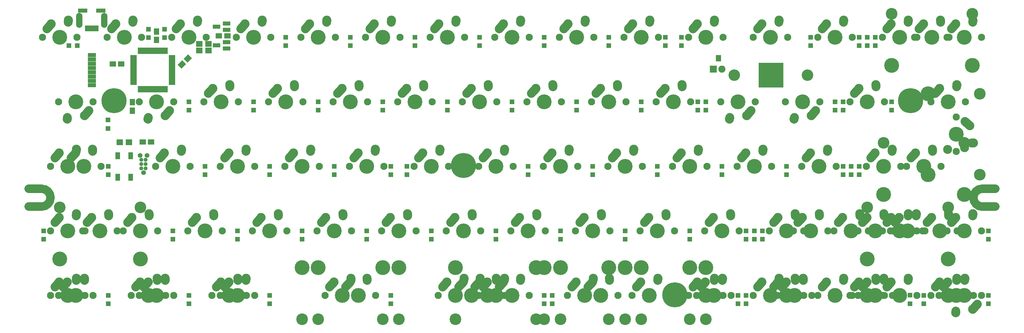
<source format=gbs>
%TF.GenerationSoftware,KiCad,Pcbnew,4.0.2-stable*%
%TF.CreationDate,2018-01-13T23:19:36+11:00*%
%TF.ProjectId,60,36302E6B696361645F70636200000000,rev?*%
%TF.FileFunction,Soldermask,Bot*%
%FSLAX46Y46*%
G04 Gerber Fmt 4.6, Leading zero omitted, Abs format (unit mm)*
G04 Created by KiCad (PCBNEW 4.0.2-stable) date 13/01/2018 11:19:36 PM*
%MOMM*%
G01*
G04 APERTURE LIST*
%ADD10C,0.100000*%
%ADD11C,2.501900*%
%ADD12C,3.400000*%
%ADD13R,7.400000X7.400000*%
%ADD14C,2.650000*%
%ADD15C,2.650000*%
%ADD16C,4.387800*%
%ADD17C,2.101800*%
%ADD18C,3.448000*%
%ADD19R,1.400000X1.400000*%
%ADD20C,7.401300*%
%ADD21C,7.400240*%
%ADD22R,1.650000X1.900000*%
%ADD23R,1.900000X1.650000*%
%ADD24R,2.300000X1.200000*%
%ADD25R,1.900000X1.700000*%
%ADD26R,2.400000X1.200000*%
%ADD27R,0.950000X1.900000*%
%ADD28R,1.900000X0.950000*%
%ADD29R,2.750000X1.200000*%
%ADD30R,0.900000X1.800000*%
%ADD31O,1.900000X4.400000*%
%ADD32R,1.600000X1.000000*%
%ADD33R,2.100000X2.100000*%
%ADD34O,2.100000X2.100000*%
%ADD35R,1.400000X2.100000*%
%ADD36C,1.184860*%
%ADD37C,1.388060*%
%ADD38C,1.385520*%
G04 APERTURE END LIST*
D10*
D11*
X286337500Y-92274050D02*
X290137500Y-92274050D01*
X283686550Y-94925000D02*
G75*
G02X286337500Y-92274050I2650950J0D01*
G01*
X286337500Y-97575950D02*
G75*
G02X283686550Y-94925000I0J2650950D01*
G01*
X286337500Y-97575950D02*
X290187500Y-97575950D01*
X5137500Y-92274050D02*
X8937500Y-92274050D01*
X11588450Y-94925000D02*
G75*
G03X8937500Y-92274050I-2650950J0D01*
G01*
X8937500Y-97575950D02*
G75*
G03X11588450Y-94925000I0J2650950D01*
G01*
X5137500Y-97575950D02*
X8937500Y-97575950D01*
D12*
X213200000Y-58750000D03*
D13*
X224000000Y-58750000D03*
D12*
X234800000Y-58750000D03*
D14*
X226337500Y-43125000D02*
X226377500Y-42545000D01*
D15*
X226377500Y-42545000D03*
D14*
X220027500Y-45085000D02*
X221337500Y-43625000D01*
D16*
X223837500Y-47625000D03*
D15*
X221337500Y-43625000D03*
D17*
X218757500Y-47625000D03*
X228917500Y-47625000D03*
D14*
X145375000Y-119325000D02*
X145415000Y-118745000D01*
D15*
X145415000Y-118745000D03*
D14*
X139065000Y-121285000D02*
X140375000Y-119825000D01*
D16*
X142875000Y-123825000D03*
D15*
X140375000Y-119825000D03*
D17*
X137795000Y-123825000D03*
X147955000Y-123825000D03*
D18*
X130968750Y-130810000D03*
X154781250Y-130810000D03*
D16*
X130968750Y-115570000D03*
X154781250Y-115570000D03*
D19*
X40481250Y-47693750D03*
X40481250Y-45193750D03*
D20*
X30337500Y-66325000D03*
D21*
X133337500Y-85425000D03*
X195637500Y-123625000D03*
X265187500Y-66325000D03*
D22*
X35750000Y-66750000D03*
X35750000Y-69250000D03*
D23*
X32450000Y-55500000D03*
X29950000Y-55500000D03*
D22*
X42800000Y-48350000D03*
X42800000Y-45850000D03*
D10*
G36*
X50227729Y-56838998D02*
X49061002Y-55672271D01*
X50404505Y-54328768D01*
X51571232Y-55495495D01*
X50227729Y-56838998D01*
X50227729Y-56838998D01*
G37*
G36*
X51995495Y-55071232D02*
X50828768Y-53904505D01*
X52172271Y-52561002D01*
X53338998Y-53727729D01*
X51995495Y-55071232D01*
X51995495Y-55071232D01*
G37*
D23*
X63750000Y-47200000D03*
X61250000Y-47200000D03*
D24*
X63500000Y-49000000D03*
X63500000Y-50900000D03*
X60500000Y-49950000D03*
D25*
X31987500Y-78581250D03*
X34687500Y-78581250D03*
X58150000Y-49500000D03*
X55450000Y-49500000D03*
X55450000Y-51500000D03*
X58150000Y-51500000D03*
D26*
X23750000Y-61740000D03*
X23750000Y-60470000D03*
X23750000Y-59200000D03*
X23750000Y-57930000D03*
X23750000Y-56660000D03*
X23750000Y-55390000D03*
X23750000Y-54120000D03*
X23750000Y-52850000D03*
D24*
X63500000Y-43500000D03*
X63500000Y-45400000D03*
X60500000Y-44450000D03*
D27*
X45750000Y-62950000D03*
X44950000Y-62950000D03*
X44150000Y-62950000D03*
X43350000Y-62950000D03*
X42550000Y-62950000D03*
X41750000Y-62950000D03*
X40950000Y-62950000D03*
X40150000Y-62950000D03*
X39350000Y-62950000D03*
X38550000Y-62950000D03*
X37750000Y-62950000D03*
D28*
X36050000Y-61250000D03*
X36050000Y-60450000D03*
X36050000Y-59650000D03*
X36050000Y-58850000D03*
X36050000Y-58050000D03*
X36050000Y-57250000D03*
X36050000Y-56450000D03*
X36050000Y-55650000D03*
X36050000Y-54850000D03*
X36050000Y-54050000D03*
X36050000Y-53250000D03*
D27*
X37750000Y-51550000D03*
X38550000Y-51550000D03*
X39350000Y-51550000D03*
X40150000Y-51550000D03*
X40950000Y-51550000D03*
X41750000Y-51550000D03*
X42550000Y-51550000D03*
X43350000Y-51550000D03*
X44150000Y-51550000D03*
X44950000Y-51550000D03*
X45750000Y-51550000D03*
D28*
X47450000Y-53250000D03*
X47450000Y-54050000D03*
X47450000Y-54850000D03*
X47450000Y-55650000D03*
X47450000Y-56450000D03*
X47450000Y-57250000D03*
X47450000Y-58050000D03*
X47450000Y-58850000D03*
X47450000Y-59650000D03*
X47450000Y-60450000D03*
X47450000Y-61250000D03*
D19*
X288131250Y-126275000D03*
X288131250Y-123775000D03*
X265000000Y-126200000D03*
X265000000Y-123700000D03*
X269081250Y-126275000D03*
X269081250Y-123775000D03*
X216693750Y-126275000D03*
X216693750Y-123775000D03*
X214312500Y-126275000D03*
X214312500Y-123775000D03*
X157162500Y-126275000D03*
X157162500Y-123775000D03*
X76200000Y-126275000D03*
X76200000Y-123775000D03*
X52387500Y-126275000D03*
X52387500Y-123775000D03*
X28575000Y-126275000D03*
X28575000Y-123775000D03*
X288131250Y-107225000D03*
X288131250Y-104725000D03*
X219075000Y-107225000D03*
X219075000Y-104725000D03*
X221456250Y-107225000D03*
X221456250Y-104725000D03*
X216693750Y-107225000D03*
X216693750Y-104725000D03*
X200025000Y-107225000D03*
X200025000Y-104725000D03*
X180975000Y-107225000D03*
X180975000Y-104725000D03*
X161925000Y-107225000D03*
X161925000Y-104725000D03*
X142875000Y-107225000D03*
X142875000Y-104725000D03*
X123825000Y-107225000D03*
X123825000Y-104725000D03*
X104775000Y-107225000D03*
X104775000Y-104725000D03*
X85725000Y-107225000D03*
X85725000Y-104725000D03*
X66675000Y-107225000D03*
X66675000Y-104725000D03*
X47625000Y-107225000D03*
X47625000Y-104725000D03*
X9525000Y-107225000D03*
X9525000Y-104725000D03*
X247650000Y-88175000D03*
X247650000Y-85675000D03*
X250031250Y-88175000D03*
X250031250Y-85675000D03*
X245268750Y-88175000D03*
X245268750Y-85675000D03*
X228600000Y-88175000D03*
X228600000Y-85675000D03*
X209550000Y-88175000D03*
X209550000Y-85675000D03*
X190500000Y-88175000D03*
X190500000Y-85675000D03*
X171450000Y-88175000D03*
X171450000Y-85675000D03*
X152400000Y-88175000D03*
X152400000Y-85675000D03*
X116681250Y-88175000D03*
X116681250Y-85675000D03*
X111918750Y-88175000D03*
X111918750Y-85675000D03*
X95250000Y-88175000D03*
X95250000Y-85675000D03*
X76200000Y-88175000D03*
X76200000Y-85675000D03*
X57150000Y-88175000D03*
X57150000Y-85675000D03*
X28575000Y-88175000D03*
X28575000Y-85675000D03*
X259556250Y-69125000D03*
X259556250Y-66625000D03*
X245268750Y-69125000D03*
X245268750Y-66625000D03*
X242887500Y-69125000D03*
X242887500Y-66625000D03*
X204787500Y-69125000D03*
X204787500Y-66625000D03*
X202406250Y-69125000D03*
X202406250Y-66625000D03*
X185737500Y-69125000D03*
X185737500Y-66625000D03*
X166687500Y-69125000D03*
X166687500Y-66625000D03*
X147637500Y-69125000D03*
X147637500Y-66625000D03*
X128587500Y-69125000D03*
X128587500Y-66625000D03*
X109537500Y-69125000D03*
X109537500Y-66625000D03*
X90487500Y-69125000D03*
X90487500Y-66625000D03*
X71437500Y-69125000D03*
X71437500Y-66625000D03*
X52387500Y-69125000D03*
X52387500Y-66625000D03*
X28500000Y-74500000D03*
X28500000Y-72000000D03*
X252412500Y-50075000D03*
X252412500Y-47575000D03*
X254793750Y-50075000D03*
X254793750Y-47575000D03*
X250031250Y-50075000D03*
X250031250Y-47575000D03*
X235743750Y-50075000D03*
X235743750Y-47575000D03*
X197643750Y-50075000D03*
X197643750Y-47575000D03*
X192881250Y-50075000D03*
X192881250Y-47575000D03*
X176212500Y-50075000D03*
X176212500Y-47575000D03*
X157162500Y-50075000D03*
X157162500Y-47575000D03*
X138112500Y-50075000D03*
X138112500Y-47575000D03*
X119062500Y-50075000D03*
X119062500Y-47575000D03*
X100012500Y-50075000D03*
X100012500Y-47575000D03*
X80962500Y-50075000D03*
X80962500Y-47575000D03*
X45243750Y-47693750D03*
X45243750Y-45193750D03*
X19500000Y-50000000D03*
X17000000Y-50000000D03*
X111918750Y-126275000D03*
X111918750Y-123775000D03*
X159543750Y-126275000D03*
X159543750Y-123775000D03*
D29*
X26425000Y-39750000D03*
X21075000Y-39750000D03*
D30*
X22150000Y-44950000D03*
X22950000Y-44950000D03*
X23750000Y-44950000D03*
X24550000Y-44950000D03*
X25350000Y-44950000D03*
D31*
X20100000Y-42550000D03*
X27400000Y-42550000D03*
D14*
X69175000Y-81225000D02*
X69215000Y-80645000D01*
D15*
X69215000Y-80645000D03*
D14*
X62865000Y-83185000D02*
X64175000Y-81725000D01*
D16*
X66675000Y-85725000D03*
D15*
X64175000Y-81725000D03*
D17*
X61595000Y-85725000D03*
X71755000Y-85725000D03*
D14*
X16787500Y-43125000D02*
X16827500Y-42545000D01*
D15*
X16827500Y-42545000D03*
D14*
X10477500Y-45085000D02*
X11787500Y-43625000D01*
D16*
X14287500Y-47625000D03*
D15*
X11787500Y-43625000D03*
D17*
X9207500Y-47625000D03*
X19367500Y-47625000D03*
D14*
X35837500Y-43125000D02*
X35877500Y-42545000D01*
D15*
X35877500Y-42545000D03*
D14*
X29527500Y-45085000D02*
X30837500Y-43625000D01*
D16*
X33337500Y-47625000D03*
D15*
X30837500Y-43625000D03*
D17*
X28257500Y-47625000D03*
X38417500Y-47625000D03*
D14*
X54887500Y-43125000D02*
X54927500Y-42545000D01*
D15*
X54927500Y-42545000D03*
D14*
X48577500Y-45085000D02*
X49887500Y-43625000D01*
D16*
X52387500Y-47625000D03*
D15*
X49887500Y-43625000D03*
D17*
X47307500Y-47625000D03*
X57467500Y-47625000D03*
D14*
X73937500Y-43125000D02*
X73977500Y-42545000D01*
D15*
X73977500Y-42545000D03*
D14*
X67627500Y-45085000D02*
X68937500Y-43625000D01*
D16*
X71437500Y-47625000D03*
D15*
X68937500Y-43625000D03*
D17*
X66357500Y-47625000D03*
X76517500Y-47625000D03*
D14*
X92987500Y-43125000D02*
X93027500Y-42545000D01*
D15*
X93027500Y-42545000D03*
D14*
X86677500Y-45085000D02*
X87987500Y-43625000D01*
D16*
X90487500Y-47625000D03*
D15*
X87987500Y-43625000D03*
D17*
X85407500Y-47625000D03*
X95567500Y-47625000D03*
D14*
X112037500Y-43125000D02*
X112077500Y-42545000D01*
D15*
X112077500Y-42545000D03*
D14*
X105727500Y-45085000D02*
X107037500Y-43625000D01*
D16*
X109537500Y-47625000D03*
D15*
X107037500Y-43625000D03*
D17*
X104457500Y-47625000D03*
X114617500Y-47625000D03*
D14*
X131087500Y-43125000D02*
X131127500Y-42545000D01*
D15*
X131127500Y-42545000D03*
D14*
X124777500Y-45085000D02*
X126087500Y-43625000D01*
D16*
X128587500Y-47625000D03*
D15*
X126087500Y-43625000D03*
D17*
X123507500Y-47625000D03*
X133667500Y-47625000D03*
D14*
X150137500Y-43125000D02*
X150177500Y-42545000D01*
D15*
X150177500Y-42545000D03*
D14*
X143827500Y-45085000D02*
X145137500Y-43625000D01*
D16*
X147637500Y-47625000D03*
D15*
X145137500Y-43625000D03*
D17*
X142557500Y-47625000D03*
X152717500Y-47625000D03*
D14*
X169187500Y-43125000D02*
X169227500Y-42545000D01*
D15*
X169227500Y-42545000D03*
D14*
X162877500Y-45085000D02*
X164187500Y-43625000D01*
D16*
X166687500Y-47625000D03*
D15*
X164187500Y-43625000D03*
D17*
X161607500Y-47625000D03*
X171767500Y-47625000D03*
D14*
X188237500Y-43125000D02*
X188277500Y-42545000D01*
D15*
X188277500Y-42545000D03*
D14*
X181927500Y-45085000D02*
X183237500Y-43625000D01*
D16*
X185737500Y-47625000D03*
D15*
X183237500Y-43625000D03*
D17*
X180657500Y-47625000D03*
X190817500Y-47625000D03*
D14*
X207287500Y-43125000D02*
X207327500Y-42545000D01*
D15*
X207327500Y-42545000D03*
D14*
X200977500Y-45085000D02*
X202287500Y-43625000D01*
D16*
X204787500Y-47625000D03*
D15*
X202287500Y-43625000D03*
D17*
X199707500Y-47625000D03*
X209867500Y-47625000D03*
D14*
X245387500Y-43125000D02*
X245427500Y-42545000D01*
D15*
X245427500Y-42545000D03*
D14*
X239077500Y-45085000D02*
X240387500Y-43625000D01*
D16*
X242887500Y-47625000D03*
D15*
X240387500Y-43625000D03*
D17*
X237807500Y-47625000D03*
X247967500Y-47625000D03*
D14*
X264437500Y-43125000D02*
X264477500Y-42545000D01*
D15*
X264477500Y-42545000D03*
D14*
X258127500Y-45085000D02*
X259437500Y-43625000D01*
D16*
X261937500Y-47625000D03*
D15*
X259437500Y-43625000D03*
D17*
X256857500Y-47625000D03*
X267017500Y-47625000D03*
D14*
X283487500Y-43125000D02*
X283527500Y-42545000D01*
D15*
X283527500Y-42545000D03*
D14*
X277177500Y-45085000D02*
X278487500Y-43625000D01*
D16*
X280987500Y-47625000D03*
D15*
X278487500Y-43625000D03*
D17*
X275907500Y-47625000D03*
X286067500Y-47625000D03*
D14*
X40362500Y-71175000D02*
X40322500Y-71755000D01*
D15*
X40322500Y-71755000D03*
D14*
X46672500Y-69215000D02*
X45362500Y-70675000D01*
D16*
X42862500Y-66675000D03*
D15*
X45362500Y-70675000D03*
D17*
X47942500Y-66675000D03*
X37782500Y-66675000D03*
D14*
X64412500Y-62175000D02*
X64452500Y-61595000D01*
D15*
X64452500Y-61595000D03*
D14*
X58102500Y-64135000D02*
X59412500Y-62675000D01*
D16*
X61912500Y-66675000D03*
D15*
X59412500Y-62675000D03*
D17*
X56832500Y-66675000D03*
X66992500Y-66675000D03*
D14*
X83462500Y-62175000D02*
X83502500Y-61595000D01*
D15*
X83502500Y-61595000D03*
D14*
X77152500Y-64135000D02*
X78462500Y-62675000D01*
D16*
X80962500Y-66675000D03*
D15*
X78462500Y-62675000D03*
D17*
X75882500Y-66675000D03*
X86042500Y-66675000D03*
D14*
X102512500Y-62175000D02*
X102552500Y-61595000D01*
D15*
X102552500Y-61595000D03*
D14*
X96202500Y-64135000D02*
X97512500Y-62675000D01*
D16*
X100012500Y-66675000D03*
D15*
X97512500Y-62675000D03*
D17*
X94932500Y-66675000D03*
X105092500Y-66675000D03*
D14*
X121562500Y-62175000D02*
X121602500Y-61595000D01*
D15*
X121602500Y-61595000D03*
D14*
X115252500Y-64135000D02*
X116562500Y-62675000D01*
D16*
X119062500Y-66675000D03*
D15*
X116562500Y-62675000D03*
D17*
X113982500Y-66675000D03*
X124142500Y-66675000D03*
D14*
X140612500Y-62175000D02*
X140652500Y-61595000D01*
D15*
X140652500Y-61595000D03*
D14*
X134302500Y-64135000D02*
X135612500Y-62675000D01*
D16*
X138112500Y-66675000D03*
D15*
X135612500Y-62675000D03*
D17*
X133032500Y-66675000D03*
X143192500Y-66675000D03*
D14*
X159662500Y-62175000D02*
X159702500Y-61595000D01*
D15*
X159702500Y-61595000D03*
D14*
X153352500Y-64135000D02*
X154662500Y-62675000D01*
D16*
X157162500Y-66675000D03*
D15*
X154662500Y-62675000D03*
D17*
X152082500Y-66675000D03*
X162242500Y-66675000D03*
D14*
X178712500Y-62175000D02*
X178752500Y-61595000D01*
D15*
X178752500Y-61595000D03*
D14*
X172402500Y-64135000D02*
X173712500Y-62675000D01*
D16*
X176212500Y-66675000D03*
D15*
X173712500Y-62675000D03*
D17*
X171132500Y-66675000D03*
X181292500Y-66675000D03*
D14*
X197762500Y-62175000D02*
X197802500Y-61595000D01*
D15*
X197802500Y-61595000D03*
D14*
X191452500Y-64135000D02*
X192762500Y-62675000D01*
D16*
X195262500Y-66675000D03*
D15*
X192762500Y-62675000D03*
D17*
X190182500Y-66675000D03*
X200342500Y-66675000D03*
D14*
X211812500Y-71175000D02*
X211772500Y-71755000D01*
D15*
X211772500Y-71755000D03*
D14*
X218122500Y-69215000D02*
X216812500Y-70675000D01*
D16*
X214312500Y-66675000D03*
D15*
X216812500Y-70675000D03*
D17*
X219392500Y-66675000D03*
X209232500Y-66675000D03*
D14*
X230862500Y-71175000D02*
X230822500Y-71755000D01*
D15*
X230822500Y-71755000D03*
D14*
X237172500Y-69215000D02*
X235862500Y-70675000D01*
D16*
X233362500Y-66675000D03*
D15*
X235862500Y-70675000D03*
D17*
X238442500Y-66675000D03*
X228282500Y-66675000D03*
D14*
X254912500Y-62175000D02*
X254952500Y-61595000D01*
D15*
X254952500Y-61595000D03*
D14*
X248602500Y-64135000D02*
X249912500Y-62675000D01*
D16*
X252412500Y-66675000D03*
D15*
X249912500Y-62675000D03*
D17*
X247332500Y-66675000D03*
X257492500Y-66675000D03*
D14*
X50125000Y-81225000D02*
X50165000Y-80645000D01*
D15*
X50165000Y-80645000D03*
D14*
X43815000Y-83185000D02*
X45125000Y-81725000D01*
D16*
X47625000Y-85725000D03*
D15*
X45125000Y-81725000D03*
D17*
X42545000Y-85725000D03*
X52705000Y-85725000D03*
D14*
X88225000Y-81225000D02*
X88265000Y-80645000D01*
D15*
X88265000Y-80645000D03*
D14*
X81915000Y-83185000D02*
X83225000Y-81725000D01*
D16*
X85725000Y-85725000D03*
D15*
X83225000Y-81725000D03*
D17*
X80645000Y-85725000D03*
X90805000Y-85725000D03*
D14*
X107275000Y-81225000D02*
X107315000Y-80645000D01*
D15*
X107315000Y-80645000D03*
D14*
X100965000Y-83185000D02*
X102275000Y-81725000D01*
D16*
X104775000Y-85725000D03*
D15*
X102275000Y-81725000D03*
D17*
X99695000Y-85725000D03*
X109855000Y-85725000D03*
D14*
X126325000Y-81225000D02*
X126365000Y-80645000D01*
D15*
X126365000Y-80645000D03*
D14*
X120015000Y-83185000D02*
X121325000Y-81725000D01*
D16*
X123825000Y-85725000D03*
D15*
X121325000Y-81725000D03*
D17*
X118745000Y-85725000D03*
X128905000Y-85725000D03*
D14*
X145375000Y-81225000D02*
X145415000Y-80645000D01*
D15*
X145415000Y-80645000D03*
D14*
X139065000Y-83185000D02*
X140375000Y-81725000D01*
D16*
X142875000Y-85725000D03*
D15*
X140375000Y-81725000D03*
D17*
X137795000Y-85725000D03*
X147955000Y-85725000D03*
D14*
X164425000Y-81225000D02*
X164465000Y-80645000D01*
D15*
X164465000Y-80645000D03*
D14*
X158115000Y-83185000D02*
X159425000Y-81725000D01*
D16*
X161925000Y-85725000D03*
D15*
X159425000Y-81725000D03*
D17*
X156845000Y-85725000D03*
X167005000Y-85725000D03*
D14*
X183475000Y-81225000D02*
X183515000Y-80645000D01*
D15*
X183515000Y-80645000D03*
D14*
X177165000Y-83185000D02*
X178475000Y-81725000D01*
D16*
X180975000Y-85725000D03*
D15*
X178475000Y-81725000D03*
D17*
X175895000Y-85725000D03*
X186055000Y-85725000D03*
D14*
X202525000Y-81225000D02*
X202565000Y-80645000D01*
D15*
X202565000Y-80645000D03*
D14*
X196215000Y-83185000D02*
X197525000Y-81725000D01*
D16*
X200025000Y-85725000D03*
D15*
X197525000Y-81725000D03*
D17*
X194945000Y-85725000D03*
X205105000Y-85725000D03*
D14*
X221575000Y-81225000D02*
X221615000Y-80645000D01*
D15*
X221615000Y-80645000D03*
D14*
X215265000Y-83185000D02*
X216575000Y-81725000D01*
D16*
X219075000Y-85725000D03*
D15*
X216575000Y-81725000D03*
D17*
X213995000Y-85725000D03*
X224155000Y-85725000D03*
D14*
X240625000Y-81225000D02*
X240665000Y-80645000D01*
D15*
X240665000Y-80645000D03*
D14*
X234315000Y-83185000D02*
X235625000Y-81725000D01*
D16*
X238125000Y-85725000D03*
D15*
X235625000Y-81725000D03*
D17*
X233045000Y-85725000D03*
X243205000Y-85725000D03*
D14*
X259675000Y-81225000D02*
X259715000Y-80645000D01*
D15*
X259715000Y-80645000D03*
D14*
X253365000Y-83185000D02*
X254675000Y-81725000D01*
D16*
X257175000Y-85725000D03*
D15*
X254675000Y-81725000D03*
D17*
X252095000Y-85725000D03*
X262255000Y-85725000D03*
D14*
X231100000Y-100275000D02*
X231140000Y-99695000D01*
D15*
X231140000Y-99695000D03*
D14*
X224790000Y-102235000D02*
X226100000Y-100775000D01*
D16*
X228600000Y-104775000D03*
D15*
X226100000Y-100775000D03*
D17*
X223520000Y-104775000D03*
X233680000Y-104775000D03*
D14*
X59650000Y-100275000D02*
X59690000Y-99695000D01*
D15*
X59690000Y-99695000D03*
D14*
X53340000Y-102235000D02*
X54650000Y-100775000D01*
D16*
X57150000Y-104775000D03*
D15*
X54650000Y-100775000D03*
D17*
X52070000Y-104775000D03*
X62230000Y-104775000D03*
D14*
X78700000Y-100275000D02*
X78740000Y-99695000D01*
D15*
X78740000Y-99695000D03*
D14*
X72390000Y-102235000D02*
X73700000Y-100775000D01*
D16*
X76200000Y-104775000D03*
D15*
X73700000Y-100775000D03*
D17*
X71120000Y-104775000D03*
X81280000Y-104775000D03*
D14*
X97750000Y-100275000D02*
X97790000Y-99695000D01*
D15*
X97790000Y-99695000D03*
D14*
X91440000Y-102235000D02*
X92750000Y-100775000D01*
D16*
X95250000Y-104775000D03*
D15*
X92750000Y-100775000D03*
D17*
X90170000Y-104775000D03*
X100330000Y-104775000D03*
D14*
X116800000Y-100275000D02*
X116840000Y-99695000D01*
D15*
X116840000Y-99695000D03*
D14*
X110490000Y-102235000D02*
X111800000Y-100775000D01*
D16*
X114300000Y-104775000D03*
D15*
X111800000Y-100775000D03*
D17*
X109220000Y-104775000D03*
X119380000Y-104775000D03*
D14*
X135850000Y-100275000D02*
X135890000Y-99695000D01*
D15*
X135890000Y-99695000D03*
D14*
X129540000Y-102235000D02*
X130850000Y-100775000D01*
D16*
X133350000Y-104775000D03*
D15*
X130850000Y-100775000D03*
D17*
X128270000Y-104775000D03*
X138430000Y-104775000D03*
D14*
X154900000Y-100275000D02*
X154940000Y-99695000D01*
D15*
X154940000Y-99695000D03*
D14*
X148590000Y-102235000D02*
X149900000Y-100775000D01*
D16*
X152400000Y-104775000D03*
D15*
X149900000Y-100775000D03*
D17*
X147320000Y-104775000D03*
X157480000Y-104775000D03*
D14*
X173950000Y-100275000D02*
X173990000Y-99695000D01*
D15*
X173990000Y-99695000D03*
D14*
X167640000Y-102235000D02*
X168950000Y-100775000D01*
D16*
X171450000Y-104775000D03*
D15*
X168950000Y-100775000D03*
D17*
X166370000Y-104775000D03*
X176530000Y-104775000D03*
D14*
X193000000Y-100275000D02*
X193040000Y-99695000D01*
D15*
X193040000Y-99695000D03*
D14*
X186690000Y-102235000D02*
X188000000Y-100775000D01*
D16*
X190500000Y-104775000D03*
D15*
X188000000Y-100775000D03*
D17*
X185420000Y-104775000D03*
X195580000Y-104775000D03*
D14*
X212050000Y-100275000D02*
X212090000Y-99695000D01*
D15*
X212090000Y-99695000D03*
D14*
X205740000Y-102235000D02*
X207050000Y-100775000D01*
D16*
X209550000Y-104775000D03*
D15*
X207050000Y-100775000D03*
D17*
X204470000Y-104775000D03*
X214630000Y-104775000D03*
D14*
X283487500Y-100275000D02*
X283527500Y-99695000D01*
D15*
X283527500Y-99695000D03*
D14*
X277177500Y-102235000D02*
X278487500Y-100775000D01*
D16*
X280987500Y-104775000D03*
D15*
X278487500Y-100775000D03*
D17*
X275907500Y-104775000D03*
X286067500Y-104775000D03*
D14*
X40600000Y-100275000D02*
X40640000Y-99695000D01*
D15*
X40640000Y-99695000D03*
D14*
X34290000Y-102235000D02*
X35600000Y-100775000D01*
D16*
X38100000Y-104775000D03*
D15*
X35600000Y-100775000D03*
D17*
X33020000Y-104775000D03*
X43180000Y-104775000D03*
D14*
X250150000Y-100275000D02*
X250190000Y-99695000D01*
D15*
X250190000Y-99695000D03*
D14*
X243840000Y-102235000D02*
X245150000Y-100775000D01*
D16*
X247650000Y-104775000D03*
D15*
X245150000Y-100775000D03*
D17*
X242570000Y-104775000D03*
X252730000Y-104775000D03*
D14*
X264437500Y-100275000D02*
X264477500Y-99695000D01*
D15*
X264477500Y-99695000D03*
D14*
X258127500Y-102235000D02*
X259437500Y-100775000D01*
D16*
X261937500Y-104775000D03*
D15*
X259437500Y-100775000D03*
D17*
X256857500Y-104775000D03*
X267017500Y-104775000D03*
D14*
X283487500Y-100275000D02*
X283527500Y-99695000D01*
D15*
X283527500Y-99695000D03*
D14*
X277177500Y-102235000D02*
X278487500Y-100775000D01*
D16*
X280987500Y-104775000D03*
D15*
X278487500Y-100775000D03*
D17*
X275907500Y-104775000D03*
X286067500Y-104775000D03*
D14*
X45362500Y-119325000D02*
X45402500Y-118745000D01*
D15*
X45402500Y-118745000D03*
D14*
X39052500Y-121285000D02*
X40362500Y-119825000D01*
D16*
X42862500Y-123825000D03*
D15*
X40362500Y-119825000D03*
D17*
X37782500Y-123825000D03*
X47942500Y-123825000D03*
D14*
X254912500Y-119325000D02*
X254952500Y-118745000D01*
D15*
X254952500Y-118745000D03*
D14*
X248602500Y-121285000D02*
X249912500Y-119825000D01*
D16*
X252412500Y-123825000D03*
D15*
X249912500Y-119825000D03*
D17*
X247332500Y-123825000D03*
X257492500Y-123825000D03*
D14*
X207287500Y-119325000D02*
X207327500Y-118745000D01*
D15*
X207327500Y-118745000D03*
D14*
X200977500Y-121285000D02*
X202287500Y-119825000D01*
D16*
X204787500Y-123825000D03*
D15*
X202287500Y-119825000D03*
D17*
X199707500Y-123825000D03*
X209867500Y-123825000D03*
D14*
X226337500Y-119325000D02*
X226377500Y-118745000D01*
D15*
X226377500Y-118745000D03*
D14*
X220027500Y-121285000D02*
X221337500Y-119825000D01*
D16*
X223837500Y-123825000D03*
D15*
X221337500Y-119825000D03*
D17*
X218757500Y-123825000D03*
X228917500Y-123825000D03*
D14*
X245387500Y-119325000D02*
X245427500Y-118745000D01*
D15*
X245427500Y-118745000D03*
D14*
X239077500Y-121285000D02*
X240387500Y-119825000D01*
D16*
X242887500Y-123825000D03*
D15*
X240387500Y-119825000D03*
D17*
X237807500Y-123825000D03*
X247967500Y-123825000D03*
D14*
X264437500Y-119325000D02*
X264477500Y-118745000D01*
D15*
X264477500Y-118745000D03*
D14*
X258127500Y-121285000D02*
X259437500Y-119825000D01*
D16*
X261937500Y-123825000D03*
D15*
X259437500Y-119825000D03*
D17*
X256857500Y-123825000D03*
X267017500Y-123825000D03*
D14*
X278487500Y-128325000D02*
X278447500Y-128905000D01*
D15*
X278447500Y-128905000D03*
D14*
X284797500Y-126365000D02*
X283487500Y-127825000D01*
D16*
X280987500Y-123825000D03*
D15*
X283487500Y-127825000D03*
D17*
X286067500Y-123825000D03*
X275907500Y-123825000D03*
D14*
X16550000Y-71175000D02*
X16510000Y-71755000D01*
D15*
X16510000Y-71755000D03*
D14*
X22860000Y-69215000D02*
X21550000Y-70675000D01*
D16*
X19050000Y-66675000D03*
D15*
X21550000Y-70675000D03*
D17*
X24130000Y-66675000D03*
X13970000Y-66675000D03*
D14*
X278725000Y-62175000D02*
X278765000Y-61595000D01*
D15*
X278765000Y-61595000D03*
D14*
X272415000Y-64135000D02*
X273725000Y-62675000D01*
D16*
X276225000Y-66675000D03*
D15*
X273725000Y-62675000D03*
D17*
X271145000Y-66675000D03*
X281305000Y-66675000D03*
D14*
X21550000Y-119325000D02*
X21590000Y-118745000D01*
D15*
X21590000Y-118745000D03*
D14*
X15240000Y-121285000D02*
X16550000Y-119825000D01*
D16*
X19050000Y-123825000D03*
D15*
X16550000Y-119825000D03*
D17*
X13970000Y-123825000D03*
X24130000Y-123825000D03*
D14*
X69175000Y-119325000D02*
X69215000Y-118745000D01*
D15*
X69215000Y-118745000D03*
D14*
X62865000Y-121285000D02*
X64175000Y-119825000D01*
D16*
X66675000Y-123825000D03*
D15*
X64175000Y-119825000D03*
D17*
X61595000Y-123825000D03*
X71755000Y-123825000D03*
D14*
X231100000Y-119325000D02*
X231140000Y-118745000D01*
D15*
X231140000Y-118745000D03*
D14*
X224790000Y-121285000D02*
X226100000Y-119825000D01*
D16*
X228600000Y-123825000D03*
D15*
X226100000Y-119825000D03*
D17*
X223520000Y-123825000D03*
X233680000Y-123825000D03*
D14*
X278725000Y-119325000D02*
X278765000Y-118745000D01*
D15*
X278765000Y-118745000D03*
D14*
X272415000Y-121285000D02*
X273725000Y-119825000D01*
D16*
X276225000Y-123825000D03*
D15*
X273725000Y-119825000D03*
D17*
X271145000Y-123825000D03*
X281305000Y-123825000D03*
D14*
X23931250Y-81225000D02*
X23971250Y-80645000D01*
D15*
X23971250Y-80645000D03*
D14*
X17621250Y-83185000D02*
X18931250Y-81725000D01*
D16*
X21431250Y-85725000D03*
D15*
X18931250Y-81725000D03*
D17*
X16351250Y-85725000D03*
X26511250Y-85725000D03*
D14*
X257293750Y-100275000D02*
X257333750Y-99695000D01*
D15*
X257333750Y-99695000D03*
D14*
X250983750Y-102235000D02*
X252293750Y-100775000D01*
D16*
X254793750Y-104775000D03*
D15*
X252293750Y-100775000D03*
D17*
X249713750Y-104775000D03*
X259873750Y-104775000D03*
D14*
X276343750Y-100275000D02*
X276383750Y-99695000D01*
D15*
X276383750Y-99695000D03*
D14*
X270033750Y-102235000D02*
X271343750Y-100775000D01*
D16*
X273843750Y-104775000D03*
D15*
X271343750Y-100775000D03*
D17*
X268763750Y-104775000D03*
X278923750Y-104775000D03*
D14*
X238243750Y-100275000D02*
X238283750Y-99695000D01*
D15*
X238283750Y-99695000D03*
D14*
X231933750Y-102235000D02*
X233243750Y-100775000D01*
D16*
X235743750Y-104775000D03*
D15*
X233243750Y-100775000D03*
D17*
X230663750Y-104775000D03*
X240823750Y-104775000D03*
D14*
X19168750Y-81225000D02*
X19208750Y-80645000D01*
D15*
X19208750Y-80645000D03*
D14*
X12858750Y-83185000D02*
X14168750Y-81725000D01*
D16*
X16668750Y-85725000D03*
D15*
X14168750Y-81725000D03*
D17*
X11588750Y-85725000D03*
X21748750Y-85725000D03*
D14*
X19168750Y-100275000D02*
X19208750Y-99695000D01*
D15*
X19208750Y-99695000D03*
D14*
X12858750Y-102235000D02*
X14168750Y-100775000D01*
D16*
X16668750Y-104775000D03*
D15*
X14168750Y-100775000D03*
D17*
X11588750Y-104775000D03*
X21748750Y-104775000D03*
D14*
X19168750Y-119325000D02*
X19208750Y-118745000D01*
D15*
X19208750Y-118745000D03*
D14*
X12858750Y-121285000D02*
X14168750Y-119825000D01*
D16*
X16668750Y-123825000D03*
D15*
X14168750Y-119825000D03*
D17*
X11588750Y-123825000D03*
X21748750Y-123825000D03*
D14*
X42981250Y-119325000D02*
X43021250Y-118745000D01*
D15*
X43021250Y-118745000D03*
D14*
X36671250Y-121285000D02*
X37981250Y-119825000D01*
D16*
X40481250Y-123825000D03*
D15*
X37981250Y-119825000D03*
D17*
X35401250Y-123825000D03*
X45561250Y-123825000D03*
D14*
X66793750Y-119325000D02*
X66833750Y-118745000D01*
D15*
X66833750Y-118745000D03*
D14*
X60483750Y-121285000D02*
X61793750Y-119825000D01*
D16*
X64293750Y-123825000D03*
D15*
X61793750Y-119825000D03*
D17*
X59213750Y-123825000D03*
X69373750Y-123825000D03*
D14*
X209668750Y-119325000D02*
X209708750Y-118745000D01*
D15*
X209708750Y-118745000D03*
D14*
X203358750Y-121285000D02*
X204668750Y-119825000D01*
D16*
X207168750Y-123825000D03*
D15*
X204668750Y-119825000D03*
D17*
X202088750Y-123825000D03*
X212248750Y-123825000D03*
D14*
X233481250Y-119325000D02*
X233521250Y-118745000D01*
D15*
X233521250Y-118745000D03*
D14*
X227171250Y-121285000D02*
X228481250Y-119825000D01*
D16*
X230981250Y-123825000D03*
D15*
X228481250Y-119825000D03*
D17*
X225901250Y-123825000D03*
X236061250Y-123825000D03*
D14*
X257293750Y-119325000D02*
X257333750Y-118745000D01*
D15*
X257333750Y-118745000D03*
D14*
X250983750Y-121285000D02*
X252293750Y-119825000D01*
D16*
X254793750Y-123825000D03*
D15*
X252293750Y-119825000D03*
D17*
X249713750Y-123825000D03*
X259873750Y-123825000D03*
D14*
X281106250Y-119325000D02*
X281146250Y-118745000D01*
D15*
X281146250Y-118745000D03*
D14*
X274796250Y-121285000D02*
X276106250Y-119825000D01*
D16*
X278606250Y-123825000D03*
D15*
X276106250Y-119825000D03*
D17*
X273526250Y-123825000D03*
X283686250Y-123825000D03*
D14*
X142993750Y-119325000D02*
X143033750Y-118745000D01*
D15*
X143033750Y-118745000D03*
D14*
X136683750Y-121285000D02*
X137993750Y-119825000D01*
D16*
X140493750Y-123825000D03*
D15*
X137993750Y-119825000D03*
D17*
X135413750Y-123825000D03*
X145573750Y-123825000D03*
D14*
X133468750Y-119325000D02*
X133508750Y-118745000D01*
D15*
X133508750Y-118745000D03*
D14*
X127158750Y-121285000D02*
X128468750Y-119825000D01*
D16*
X130968750Y-123825000D03*
D15*
X128468750Y-119825000D03*
D17*
X125888750Y-123825000D03*
X136048750Y-123825000D03*
D14*
X271581250Y-81225000D02*
X271621250Y-80645000D01*
D15*
X271621250Y-80645000D03*
D14*
X265271250Y-83185000D02*
X266581250Y-81725000D01*
D16*
X269081250Y-85725000D03*
D15*
X266581250Y-81725000D03*
D17*
X264001250Y-85725000D03*
X274161250Y-85725000D03*
D18*
X257175000Y-78740000D03*
X280987500Y-78740000D03*
D16*
X257175000Y-93980000D03*
X280987500Y-93980000D03*
D14*
X28693750Y-100275000D02*
X28733750Y-99695000D01*
D15*
X28733750Y-99695000D03*
D14*
X22383750Y-102235000D02*
X23693750Y-100775000D01*
D16*
X26193750Y-104775000D03*
D15*
X23693750Y-100775000D03*
D17*
X21113750Y-104775000D03*
X31273750Y-104775000D03*
D18*
X14287500Y-97790000D03*
X38100000Y-97790000D03*
D16*
X14287500Y-113030000D03*
X38100000Y-113030000D03*
D14*
X176331250Y-119325000D02*
X176371250Y-118745000D01*
D15*
X176371250Y-118745000D03*
D14*
X170021250Y-121285000D02*
X171331250Y-119825000D01*
D16*
X173831250Y-123825000D03*
D15*
X171331250Y-119825000D03*
D17*
X168751250Y-123825000D03*
X178911250Y-123825000D03*
D18*
X161925000Y-130810000D03*
X185737500Y-130810000D03*
D16*
X161925000Y-115570000D03*
X185737500Y-115570000D03*
D14*
X100131250Y-119325000D02*
X100171250Y-118745000D01*
D15*
X100171250Y-118745000D03*
D14*
X93821250Y-121285000D02*
X95131250Y-119825000D01*
D16*
X97631250Y-123825000D03*
D15*
X95131250Y-119825000D03*
D17*
X92551250Y-123825000D03*
X102711250Y-123825000D03*
D18*
X85725000Y-130810000D03*
X109537500Y-130810000D03*
D16*
X85725000Y-115570000D03*
X109537500Y-115570000D03*
D14*
X104893750Y-119325000D02*
X104933750Y-118745000D01*
D15*
X104933750Y-118745000D03*
D14*
X98583750Y-121285000D02*
X99893750Y-119825000D01*
D16*
X102393750Y-123825000D03*
D15*
X99893750Y-119825000D03*
D17*
X97313750Y-123825000D03*
X107473750Y-123825000D03*
D18*
X90487500Y-130810000D03*
X114300000Y-130810000D03*
D16*
X90487500Y-115570000D03*
X114300000Y-115570000D03*
D14*
X104893750Y-119325000D02*
X104933750Y-118745000D01*
D15*
X104933750Y-118745000D03*
D14*
X98583750Y-121285000D02*
X99893750Y-119825000D01*
D16*
X102393750Y-123825000D03*
D15*
X99893750Y-119825000D03*
D17*
X97313750Y-123825000D03*
X107473750Y-123825000D03*
D18*
X90487500Y-130810000D03*
X114300000Y-130810000D03*
D16*
X90487500Y-115570000D03*
X114300000Y-115570000D03*
D14*
X171568750Y-119325000D02*
X171608750Y-118745000D01*
D15*
X171608750Y-118745000D03*
D14*
X165258750Y-121285000D02*
X166568750Y-119825000D01*
D16*
X169068750Y-123825000D03*
D15*
X166568750Y-119825000D03*
D17*
X163988750Y-123825000D03*
X174148750Y-123825000D03*
D18*
X157162500Y-130810000D03*
X180975000Y-130810000D03*
D16*
X157162500Y-115570000D03*
X180975000Y-115570000D03*
D14*
X190618750Y-119325000D02*
X190658750Y-118745000D01*
D15*
X190658750Y-118745000D03*
D14*
X184308750Y-121285000D02*
X185618750Y-119825000D01*
D16*
X188118750Y-123825000D03*
D15*
X185618750Y-119825000D03*
D17*
X183038750Y-123825000D03*
X193198750Y-123825000D03*
D18*
X176212500Y-130810000D03*
X200025000Y-130810000D03*
D16*
X176212500Y-115570000D03*
X200025000Y-115570000D03*
D14*
X138231250Y-119325000D02*
X138271250Y-118745000D01*
D15*
X138271250Y-118745000D03*
D14*
X131921250Y-121285000D02*
X133231250Y-119825000D01*
D16*
X135731250Y-123825000D03*
D15*
X133231250Y-119825000D03*
D17*
X130651250Y-123825000D03*
X140811250Y-123825000D03*
D18*
X85731350Y-130810000D03*
X185731150Y-130810000D03*
D16*
X85731350Y-115570000D03*
X185731150Y-115570000D03*
D14*
X150137500Y-119325000D02*
X150177500Y-118745000D01*
D15*
X150177500Y-118745000D03*
D14*
X143827500Y-121285000D02*
X145137500Y-119825000D01*
D16*
X147637500Y-123825000D03*
D15*
X145137500Y-119825000D03*
D17*
X142557500Y-123825000D03*
X152717500Y-123825000D03*
D18*
X90487500Y-130810000D03*
X204787500Y-130810000D03*
D16*
X90487500Y-115570000D03*
X204787500Y-115570000D03*
D14*
X266818750Y-100275000D02*
X266858750Y-99695000D01*
D15*
X266858750Y-99695000D03*
D14*
X260508750Y-102235000D02*
X261818750Y-100775000D01*
D16*
X264318750Y-104775000D03*
D15*
X261818750Y-100775000D03*
D17*
X259238750Y-104775000D03*
X269398750Y-104775000D03*
D18*
X252412500Y-97790000D03*
X276225000Y-97790000D03*
D16*
X252412500Y-113030000D03*
X276225000Y-113030000D03*
D14*
X283106250Y-78700000D02*
X283686250Y-78739998D01*
D15*
X283686250Y-78740000D03*
D14*
X281146250Y-72390000D02*
X282606258Y-73699990D01*
D16*
X278606250Y-76200000D03*
D15*
X282606250Y-73700000D03*
D17*
X278606250Y-71120000D03*
X278606250Y-81280000D03*
D15*
X281106250Y-80200000D03*
X276106250Y-80700000D03*
D18*
X285591250Y-88106250D03*
X285591250Y-64293750D03*
D16*
X270351250Y-88106250D03*
X270351250Y-64293750D03*
D14*
X273962500Y-43125000D02*
X274002500Y-42545000D01*
D15*
X274002500Y-42545000D03*
D14*
X267652500Y-45085000D02*
X268962500Y-43625000D01*
D16*
X271462500Y-47625000D03*
D15*
X268962500Y-43625000D03*
D17*
X266382500Y-47625000D03*
X276542500Y-47625000D03*
D18*
X259556250Y-40640000D03*
X283368750Y-40640000D03*
D16*
X259556250Y-55880000D03*
X283368750Y-55880000D03*
D32*
X208500000Y-54150000D03*
X208500000Y-53350000D03*
D33*
X207000000Y-57000000D03*
D34*
X209540000Y-57000000D03*
D35*
X31437500Y-82575000D03*
X31437500Y-88875000D03*
X35237500Y-82575000D03*
X35237500Y-88875000D03*
D23*
X38750000Y-78500000D03*
X41250000Y-78500000D03*
D36*
X38365000Y-86270000D03*
X39635000Y-86270000D03*
X38365000Y-85000000D03*
X39635000Y-85000000D03*
X38365000Y-83730000D03*
X39635000Y-83730000D03*
D37*
X39000000Y-87540000D03*
D38*
X40016000Y-82460000D03*
X37984000Y-82460000D03*
M02*

</source>
